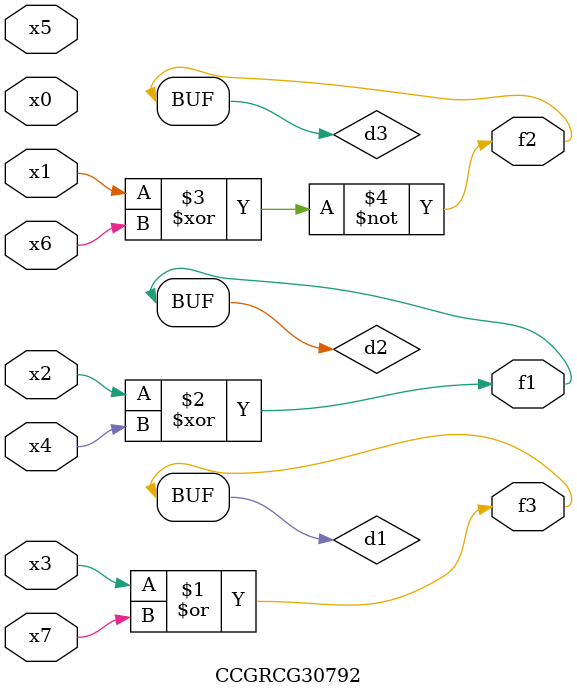
<source format=v>
module CCGRCG30792(
	input x0, x1, x2, x3, x4, x5, x6, x7,
	output f1, f2, f3
);

	wire d1, d2, d3;

	or (d1, x3, x7);
	xor (d2, x2, x4);
	xnor (d3, x1, x6);
	assign f1 = d2;
	assign f2 = d3;
	assign f3 = d1;
endmodule

</source>
